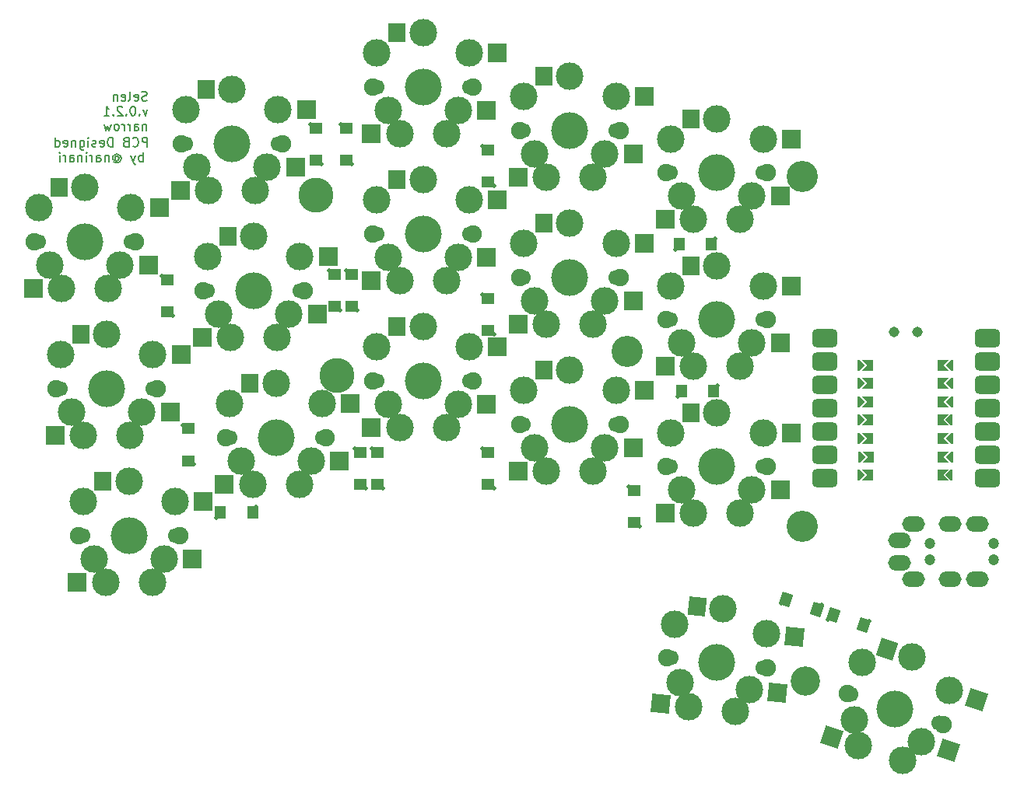
<source format=gbs>
%TF.GenerationSoftware,KiCad,Pcbnew,(6.0.7)*%
%TF.CreationDate,2022-09-23T16:11:02+09:00*%
%TF.ProjectId,selen-full_narrow,73656c65-6e2d-4667-956c-6c5f6e617272,rev?*%
%TF.SameCoordinates,Original*%
%TF.FileFunction,Soldermask,Bot*%
%TF.FilePolarity,Negative*%
%FSLAX46Y46*%
G04 Gerber Fmt 4.6, Leading zero omitted, Abs format (unit mm)*
G04 Created by KiCad (PCBNEW (6.0.7)) date 2022-09-23 16:11:02*
%MOMM*%
%LPD*%
G01*
G04 APERTURE LIST*
G04 Aperture macros list*
%AMRoundRect*
0 Rectangle with rounded corners*
0 $1 Rounding radius*
0 $2 $3 $4 $5 $6 $7 $8 $9 X,Y pos of 4 corners*
0 Add a 4 corners polygon primitive as box body*
4,1,4,$2,$3,$4,$5,$6,$7,$8,$9,$2,$3,0*
0 Add four circle primitives for the rounded corners*
1,1,$1+$1,$2,$3*
1,1,$1+$1,$4,$5*
1,1,$1+$1,$6,$7*
1,1,$1+$1,$8,$9*
0 Add four rect primitives between the rounded corners*
20,1,$1+$1,$2,$3,$4,$5,0*
20,1,$1+$1,$4,$5,$6,$7,0*
20,1,$1+$1,$6,$7,$8,$9,0*
20,1,$1+$1,$8,$9,$2,$3,0*%
%AMRotRect*
0 Rectangle, with rotation*
0 The origin of the aperture is its center*
0 $1 length*
0 $2 width*
0 $3 Rotation angle, in degrees counterclockwise*
0 Add horizontal line*
21,1,$1,$2,0,0,$3*%
%AMFreePoly0*
4,1,6,0.600000,0.200000,0.000000,-0.400000,-0.600000,0.200000,-0.600000,0.400000,0.600000,0.400000,0.600000,0.200000,0.600000,0.200000,$1*%
%AMFreePoly1*
4,1,6,0.600000,-0.250000,-0.600000,-0.250000,-0.600000,1.000000,0.000000,0.400000,0.600000,1.000000,0.600000,-0.250000,0.600000,-0.250000,$1*%
G04 Aperture macros list end*
%ADD10C,0.150000*%
%ADD11R,1.400000X1.200000*%
%ADD12C,0.500000*%
%ADD13RotRect,1.200000X1.400000X342.000000*%
%ADD14C,3.000000*%
%ADD15C,1.700000*%
%ADD16C,1.900000*%
%ADD17C,4.000000*%
%ADD18R,2.000000X2.000000*%
%ADD19R,1.900000X2.000000*%
%ADD20R,1.200000X1.400000*%
%ADD21C,3.800000*%
%ADD22RotRect,2.000000X2.000000X354.000000*%
%ADD23RotRect,1.900000X2.000000X354.000000*%
%ADD24C,3.400000*%
%ADD25RotRect,1.200000X1.400000X162.000000*%
%ADD26RotRect,2.000000X2.000000X342.000000*%
%ADD27RotRect,1.900000X2.000000X342.000000*%
%ADD28C,1.200000*%
%ADD29O,2.500000X1.700000*%
%ADD30RoundRect,0.499745X-0.874395X-0.499745X0.874395X-0.499745X0.874395X0.499745X-0.874395X0.499745X0*%
%ADD31FreePoly0,270.000000*%
%ADD32FreePoly0,90.000000*%
%ADD33FreePoly1,90.000000*%
%ADD34FreePoly1,270.000000*%
%ADD35C,1.143000*%
%ADD36C,3.200000*%
G04 APERTURE END LIST*
D10*
X118312023Y-71844761D02*
X118169166Y-71892380D01*
X117931071Y-71892380D01*
X117835833Y-71844761D01*
X117788214Y-71797142D01*
X117740595Y-71701904D01*
X117740595Y-71606666D01*
X117788214Y-71511428D01*
X117835833Y-71463809D01*
X117931071Y-71416190D01*
X118121547Y-71368571D01*
X118216785Y-71320952D01*
X118264404Y-71273333D01*
X118312023Y-71178095D01*
X118312023Y-71082857D01*
X118264404Y-70987619D01*
X118216785Y-70940000D01*
X118121547Y-70892380D01*
X117883452Y-70892380D01*
X117740595Y-70940000D01*
X116931071Y-71844761D02*
X117026309Y-71892380D01*
X117216785Y-71892380D01*
X117312023Y-71844761D01*
X117359642Y-71749523D01*
X117359642Y-71368571D01*
X117312023Y-71273333D01*
X117216785Y-71225714D01*
X117026309Y-71225714D01*
X116931071Y-71273333D01*
X116883452Y-71368571D01*
X116883452Y-71463809D01*
X117359642Y-71559047D01*
X116312023Y-71892380D02*
X116407261Y-71844761D01*
X116454880Y-71749523D01*
X116454880Y-70892380D01*
X115550119Y-71844761D02*
X115645357Y-71892380D01*
X115835833Y-71892380D01*
X115931071Y-71844761D01*
X115978690Y-71749523D01*
X115978690Y-71368571D01*
X115931071Y-71273333D01*
X115835833Y-71225714D01*
X115645357Y-71225714D01*
X115550119Y-71273333D01*
X115502500Y-71368571D01*
X115502500Y-71463809D01*
X115978690Y-71559047D01*
X115073928Y-71225714D02*
X115073928Y-71892380D01*
X115073928Y-71320952D02*
X115026309Y-71273333D01*
X114931071Y-71225714D01*
X114788214Y-71225714D01*
X114692976Y-71273333D01*
X114645357Y-71368571D01*
X114645357Y-71892380D01*
X118359642Y-72835714D02*
X118121547Y-73502380D01*
X117883452Y-72835714D01*
X117502500Y-73407142D02*
X117454880Y-73454761D01*
X117502500Y-73502380D01*
X117550119Y-73454761D01*
X117502500Y-73407142D01*
X117502500Y-73502380D01*
X116835833Y-72502380D02*
X116740595Y-72502380D01*
X116645357Y-72550000D01*
X116597738Y-72597619D01*
X116550119Y-72692857D01*
X116502500Y-72883333D01*
X116502500Y-73121428D01*
X116550119Y-73311904D01*
X116597738Y-73407142D01*
X116645357Y-73454761D01*
X116740595Y-73502380D01*
X116835833Y-73502380D01*
X116931071Y-73454761D01*
X116978690Y-73407142D01*
X117026309Y-73311904D01*
X117073928Y-73121428D01*
X117073928Y-72883333D01*
X117026309Y-72692857D01*
X116978690Y-72597619D01*
X116931071Y-72550000D01*
X116835833Y-72502380D01*
X116073928Y-73407142D02*
X116026309Y-73454761D01*
X116073928Y-73502380D01*
X116121547Y-73454761D01*
X116073928Y-73407142D01*
X116073928Y-73502380D01*
X115645357Y-72597619D02*
X115597738Y-72550000D01*
X115502500Y-72502380D01*
X115264404Y-72502380D01*
X115169166Y-72550000D01*
X115121547Y-72597619D01*
X115073928Y-72692857D01*
X115073928Y-72788095D01*
X115121547Y-72930952D01*
X115692976Y-73502380D01*
X115073928Y-73502380D01*
X114645357Y-73407142D02*
X114597738Y-73454761D01*
X114645357Y-73502380D01*
X114692976Y-73454761D01*
X114645357Y-73407142D01*
X114645357Y-73502380D01*
X113645357Y-73502380D02*
X114216785Y-73502380D01*
X113931071Y-73502380D02*
X113931071Y-72502380D01*
X114026309Y-72645238D01*
X114121547Y-72740476D01*
X114216785Y-72788095D01*
X118264404Y-74445714D02*
X118264404Y-75112380D01*
X118264404Y-74540952D02*
X118216785Y-74493333D01*
X118121547Y-74445714D01*
X117978690Y-74445714D01*
X117883452Y-74493333D01*
X117835833Y-74588571D01*
X117835833Y-75112380D01*
X116931071Y-75112380D02*
X116931071Y-74588571D01*
X116978690Y-74493333D01*
X117073928Y-74445714D01*
X117264404Y-74445714D01*
X117359642Y-74493333D01*
X116931071Y-75064761D02*
X117026309Y-75112380D01*
X117264404Y-75112380D01*
X117359642Y-75064761D01*
X117407261Y-74969523D01*
X117407261Y-74874285D01*
X117359642Y-74779047D01*
X117264404Y-74731428D01*
X117026309Y-74731428D01*
X116931071Y-74683809D01*
X116454880Y-75112380D02*
X116454880Y-74445714D01*
X116454880Y-74636190D02*
X116407261Y-74540952D01*
X116359642Y-74493333D01*
X116264404Y-74445714D01*
X116169166Y-74445714D01*
X115835833Y-75112380D02*
X115835833Y-74445714D01*
X115835833Y-74636190D02*
X115788214Y-74540952D01*
X115740595Y-74493333D01*
X115645357Y-74445714D01*
X115550119Y-74445714D01*
X115073928Y-75112380D02*
X115169166Y-75064761D01*
X115216785Y-75017142D01*
X115264404Y-74921904D01*
X115264404Y-74636190D01*
X115216785Y-74540952D01*
X115169166Y-74493333D01*
X115073928Y-74445714D01*
X114931071Y-74445714D01*
X114835833Y-74493333D01*
X114788214Y-74540952D01*
X114740595Y-74636190D01*
X114740595Y-74921904D01*
X114788214Y-75017142D01*
X114835833Y-75064761D01*
X114931071Y-75112380D01*
X115073928Y-75112380D01*
X114407261Y-74445714D02*
X114216785Y-75112380D01*
X114026309Y-74636190D01*
X113835833Y-75112380D01*
X113645357Y-74445714D01*
X118350000Y-76897380D02*
X118350000Y-75897380D01*
X117969047Y-75897380D01*
X117873809Y-75945000D01*
X117826190Y-75992619D01*
X117778571Y-76087857D01*
X117778571Y-76230714D01*
X117826190Y-76325952D01*
X117873809Y-76373571D01*
X117969047Y-76421190D01*
X118350000Y-76421190D01*
X116778571Y-76802142D02*
X116826190Y-76849761D01*
X116969047Y-76897380D01*
X117064285Y-76897380D01*
X117207142Y-76849761D01*
X117302380Y-76754523D01*
X117350000Y-76659285D01*
X117397619Y-76468809D01*
X117397619Y-76325952D01*
X117350000Y-76135476D01*
X117302380Y-76040238D01*
X117207142Y-75945000D01*
X117064285Y-75897380D01*
X116969047Y-75897380D01*
X116826190Y-75945000D01*
X116778571Y-75992619D01*
X116016666Y-76373571D02*
X115873809Y-76421190D01*
X115826190Y-76468809D01*
X115778571Y-76564047D01*
X115778571Y-76706904D01*
X115826190Y-76802142D01*
X115873809Y-76849761D01*
X115969047Y-76897380D01*
X116350000Y-76897380D01*
X116350000Y-75897380D01*
X116016666Y-75897380D01*
X115921428Y-75945000D01*
X115873809Y-75992619D01*
X115826190Y-76087857D01*
X115826190Y-76183095D01*
X115873809Y-76278333D01*
X115921428Y-76325952D01*
X116016666Y-76373571D01*
X116350000Y-76373571D01*
X114588095Y-76897380D02*
X114588095Y-75897380D01*
X114350000Y-75897380D01*
X114207142Y-75945000D01*
X114111904Y-76040238D01*
X114064285Y-76135476D01*
X114016666Y-76325952D01*
X114016666Y-76468809D01*
X114064285Y-76659285D01*
X114111904Y-76754523D01*
X114207142Y-76849761D01*
X114350000Y-76897380D01*
X114588095Y-76897380D01*
X113207142Y-76849761D02*
X113302380Y-76897380D01*
X113492857Y-76897380D01*
X113588095Y-76849761D01*
X113635714Y-76754523D01*
X113635714Y-76373571D01*
X113588095Y-76278333D01*
X113492857Y-76230714D01*
X113302380Y-76230714D01*
X113207142Y-76278333D01*
X113159523Y-76373571D01*
X113159523Y-76468809D01*
X113635714Y-76564047D01*
X112778571Y-76849761D02*
X112683333Y-76897380D01*
X112492857Y-76897380D01*
X112397619Y-76849761D01*
X112350000Y-76754523D01*
X112350000Y-76706904D01*
X112397619Y-76611666D01*
X112492857Y-76564047D01*
X112635714Y-76564047D01*
X112730952Y-76516428D01*
X112778571Y-76421190D01*
X112778571Y-76373571D01*
X112730952Y-76278333D01*
X112635714Y-76230714D01*
X112492857Y-76230714D01*
X112397619Y-76278333D01*
X111921428Y-76897380D02*
X111921428Y-76230714D01*
X111921428Y-75897380D02*
X111969047Y-75945000D01*
X111921428Y-75992619D01*
X111873809Y-75945000D01*
X111921428Y-75897380D01*
X111921428Y-75992619D01*
X111016666Y-76230714D02*
X111016666Y-77040238D01*
X111064285Y-77135476D01*
X111111904Y-77183095D01*
X111207142Y-77230714D01*
X111350000Y-77230714D01*
X111445238Y-77183095D01*
X111016666Y-76849761D02*
X111111904Y-76897380D01*
X111302380Y-76897380D01*
X111397619Y-76849761D01*
X111445238Y-76802142D01*
X111492857Y-76706904D01*
X111492857Y-76421190D01*
X111445238Y-76325952D01*
X111397619Y-76278333D01*
X111302380Y-76230714D01*
X111111904Y-76230714D01*
X111016666Y-76278333D01*
X110540476Y-76230714D02*
X110540476Y-76897380D01*
X110540476Y-76325952D02*
X110492857Y-76278333D01*
X110397619Y-76230714D01*
X110254761Y-76230714D01*
X110159523Y-76278333D01*
X110111904Y-76373571D01*
X110111904Y-76897380D01*
X109254761Y-76849761D02*
X109350000Y-76897380D01*
X109540476Y-76897380D01*
X109635714Y-76849761D01*
X109683333Y-76754523D01*
X109683333Y-76373571D01*
X109635714Y-76278333D01*
X109540476Y-76230714D01*
X109350000Y-76230714D01*
X109254761Y-76278333D01*
X109207142Y-76373571D01*
X109207142Y-76468809D01*
X109683333Y-76564047D01*
X108350000Y-76897380D02*
X108350000Y-75897380D01*
X108350000Y-76849761D02*
X108445238Y-76897380D01*
X108635714Y-76897380D01*
X108730952Y-76849761D01*
X108778571Y-76802142D01*
X108826190Y-76706904D01*
X108826190Y-76421190D01*
X108778571Y-76325952D01*
X108730952Y-76278333D01*
X108635714Y-76230714D01*
X108445238Y-76230714D01*
X108350000Y-76278333D01*
X117873809Y-78507380D02*
X117873809Y-77507380D01*
X117873809Y-77888333D02*
X117778571Y-77840714D01*
X117588095Y-77840714D01*
X117492857Y-77888333D01*
X117445238Y-77935952D01*
X117397619Y-78031190D01*
X117397619Y-78316904D01*
X117445238Y-78412142D01*
X117492857Y-78459761D01*
X117588095Y-78507380D01*
X117778571Y-78507380D01*
X117873809Y-78459761D01*
X117064285Y-77840714D02*
X116826190Y-78507380D01*
X116588095Y-77840714D02*
X116826190Y-78507380D01*
X116921428Y-78745476D01*
X116969047Y-78793095D01*
X117064285Y-78840714D01*
X114826190Y-78031190D02*
X114873809Y-77983571D01*
X114969047Y-77935952D01*
X115064285Y-77935952D01*
X115159523Y-77983571D01*
X115207142Y-78031190D01*
X115254761Y-78126428D01*
X115254761Y-78221666D01*
X115207142Y-78316904D01*
X115159523Y-78364523D01*
X115064285Y-78412142D01*
X114969047Y-78412142D01*
X114873809Y-78364523D01*
X114826190Y-78316904D01*
X114826190Y-77935952D02*
X114826190Y-78316904D01*
X114778571Y-78364523D01*
X114730952Y-78364523D01*
X114635714Y-78316904D01*
X114588095Y-78221666D01*
X114588095Y-77983571D01*
X114683333Y-77840714D01*
X114826190Y-77745476D01*
X115016666Y-77697857D01*
X115207142Y-77745476D01*
X115350000Y-77840714D01*
X115445238Y-77983571D01*
X115492857Y-78174047D01*
X115445238Y-78364523D01*
X115350000Y-78507380D01*
X115207142Y-78602619D01*
X115016666Y-78650238D01*
X114826190Y-78602619D01*
X114683333Y-78507380D01*
X114159523Y-77840714D02*
X114159523Y-78507380D01*
X114159523Y-77935952D02*
X114111904Y-77888333D01*
X114016666Y-77840714D01*
X113873809Y-77840714D01*
X113778571Y-77888333D01*
X113730952Y-77983571D01*
X113730952Y-78507380D01*
X112826190Y-78507380D02*
X112826190Y-77983571D01*
X112873809Y-77888333D01*
X112969047Y-77840714D01*
X113159523Y-77840714D01*
X113254761Y-77888333D01*
X112826190Y-78459761D02*
X112921428Y-78507380D01*
X113159523Y-78507380D01*
X113254761Y-78459761D01*
X113302380Y-78364523D01*
X113302380Y-78269285D01*
X113254761Y-78174047D01*
X113159523Y-78126428D01*
X112921428Y-78126428D01*
X112826190Y-78078809D01*
X112350000Y-78507380D02*
X112350000Y-77840714D01*
X112350000Y-78031190D02*
X112302380Y-77935952D01*
X112254761Y-77888333D01*
X112159523Y-77840714D01*
X112064285Y-77840714D01*
X111730952Y-78507380D02*
X111730952Y-77840714D01*
X111730952Y-77507380D02*
X111778571Y-77555000D01*
X111730952Y-77602619D01*
X111683333Y-77555000D01*
X111730952Y-77507380D01*
X111730952Y-77602619D01*
X111254761Y-77840714D02*
X111254761Y-78507380D01*
X111254761Y-77935952D02*
X111207142Y-77888333D01*
X111111904Y-77840714D01*
X110969047Y-77840714D01*
X110873809Y-77888333D01*
X110826190Y-77983571D01*
X110826190Y-78507380D01*
X109921428Y-78507380D02*
X109921428Y-77983571D01*
X109969047Y-77888333D01*
X110064285Y-77840714D01*
X110254761Y-77840714D01*
X110350000Y-77888333D01*
X109921428Y-78459761D02*
X110016666Y-78507380D01*
X110254761Y-78507380D01*
X110350000Y-78459761D01*
X110397619Y-78364523D01*
X110397619Y-78269285D01*
X110350000Y-78174047D01*
X110254761Y-78126428D01*
X110016666Y-78126428D01*
X109921428Y-78078809D01*
X109445238Y-78507380D02*
X109445238Y-77840714D01*
X109445238Y-78031190D02*
X109397619Y-77935952D01*
X109350000Y-77888333D01*
X109254761Y-77840714D01*
X109159523Y-77840714D01*
X108826190Y-78507380D02*
X108826190Y-77840714D01*
X108826190Y-77507380D02*
X108873809Y-77555000D01*
X108826190Y-77602619D01*
X108778571Y-77555000D01*
X108826190Y-77507380D01*
X108826190Y-77602619D01*
D11*
%TO.C,D9*%
X155448000Y-96950000D03*
D12*
X156048000Y-97350000D03*
X154848000Y-93050000D03*
D11*
X155448000Y-93450000D03*
%TD*%
D12*
%TO.C,D4*%
X156048000Y-81172000D03*
D11*
X155448000Y-80772000D03*
X155448000Y-77272000D03*
D12*
X154848000Y-76872000D03*
%TD*%
%TO.C,D12*%
X142100000Y-114100000D03*
D11*
X141500000Y-113700000D03*
X141500000Y-110200000D03*
D12*
X140900000Y-109800000D03*
%TD*%
%TO.C,D17*%
X192423469Y-128365467D03*
D13*
X192989302Y-127918440D03*
X196318000Y-129000000D03*
D12*
X196883833Y-128552972D03*
%TD*%
D14*
%TO.C,SW1*%
X109038000Y-92301500D03*
D15*
X116658000Y-87221500D03*
X106498000Y-87221500D03*
D14*
X107768000Y-89761500D03*
X106578000Y-83521500D03*
D16*
X117078000Y-87221500D03*
X106078000Y-87221500D03*
D14*
X115388000Y-89761500D03*
X111578000Y-81321500D03*
X114118000Y-92301500D03*
X116578000Y-83521500D03*
D17*
X111578000Y-87221500D03*
D18*
X118478000Y-89761500D03*
X119678000Y-83521500D03*
D19*
X108778000Y-81321500D03*
D18*
X105978000Y-92301500D03*
%TD*%
D14*
%TO.C,SW13*%
X145801000Y-107473750D03*
X148341000Y-96493750D03*
D17*
X148341000Y-102393750D03*
D14*
X153341000Y-98693750D03*
X143341000Y-98693750D03*
X152151000Y-104933750D03*
D16*
X142841000Y-102393750D03*
D15*
X143261000Y-102393750D03*
D14*
X144531000Y-104933750D03*
X150881000Y-107473750D03*
D15*
X153421000Y-102393750D03*
D16*
X153841000Y-102393750D03*
D18*
X156441000Y-98693750D03*
X155241000Y-104933750D03*
X142741000Y-107473750D03*
D19*
X145541000Y-96493750D03*
%TD*%
D12*
%TO.C,D15*%
X171950000Y-118250000D03*
D11*
X171350000Y-117850000D03*
X171350000Y-114350000D03*
D12*
X170750000Y-113950000D03*
%TD*%
%TO.C,D8*%
X141200000Y-94700000D03*
D11*
X140600000Y-94300000D03*
X140600000Y-90800000D03*
D12*
X140000000Y-90400000D03*
%TD*%
D14*
%TO.C,SW7*%
X134959750Y-88885000D03*
X127419750Y-97665000D03*
D16*
X135459750Y-92585000D03*
D15*
X124879750Y-92585000D03*
D14*
X129959750Y-86685000D03*
X124959750Y-88885000D03*
X126149750Y-95125000D03*
X132499750Y-97665000D03*
D17*
X129959750Y-92585000D03*
D16*
X124459750Y-92585000D03*
D14*
X133769750Y-95125000D03*
D15*
X135039750Y-92585000D03*
D18*
X138059750Y-88885000D03*
X136859750Y-95125000D03*
D19*
X127159750Y-86685000D03*
D18*
X124359750Y-97665000D03*
%TD*%
D12*
%TO.C,D11*%
X130200000Y-116100000D03*
D20*
X129800000Y-116700000D03*
D12*
X125900000Y-117300000D03*
D20*
X126300000Y-116700000D03*
%TD*%
D21*
%TO.C,REF\u002A\u002A*%
X136700000Y-82200000D03*
%TD*%
D14*
%TO.C,SW6*%
X118959750Y-99521500D03*
D16*
X108459750Y-103221500D03*
D15*
X119039750Y-103221500D03*
D14*
X108959750Y-99521500D03*
X110149750Y-105761500D03*
D17*
X113959750Y-103221500D03*
D14*
X111419750Y-108301500D03*
X117769750Y-105761500D03*
D16*
X119459750Y-103221500D03*
D14*
X116499750Y-108301500D03*
X113959750Y-97321500D03*
D15*
X108879750Y-103221500D03*
D18*
X120859750Y-105761500D03*
X122059750Y-99521500D03*
X108359750Y-108301500D03*
D19*
X111159750Y-97321500D03*
%TD*%
D17*
%TO.C,SW11*%
X116341000Y-119221250D03*
D15*
X121421000Y-119221250D03*
D14*
X118881000Y-124301250D03*
D16*
X110841000Y-119221250D03*
D14*
X120151000Y-121761250D03*
X111341000Y-115521250D03*
D15*
X111261000Y-119221250D03*
D16*
X121841000Y-119221250D03*
D14*
X112531000Y-121761250D03*
X116341000Y-113321250D03*
X121341000Y-115521250D03*
X113801000Y-124301250D03*
D18*
X124441000Y-115521250D03*
X123241000Y-121761250D03*
X110741000Y-124301250D03*
D19*
X113541000Y-113321250D03*
%TD*%
D16*
%TO.C,SW8*%
X142841000Y-86393750D03*
D14*
X153341000Y-82693750D03*
X150881000Y-91473750D03*
D17*
X148341000Y-86393750D03*
D14*
X148341000Y-80493750D03*
X152151000Y-88933750D03*
X143341000Y-82693750D03*
X144531000Y-88933750D03*
D15*
X143261000Y-86393750D03*
X153421000Y-86393750D03*
D14*
X145801000Y-91473750D03*
D16*
X153841000Y-86393750D03*
D18*
X156441000Y-82693750D03*
X155241000Y-88933750D03*
D19*
X145541000Y-80493750D03*
D18*
X142741000Y-91473750D03*
%TD*%
D16*
%TO.C,SW10*%
X174840000Y-95759750D03*
D14*
X184150000Y-98299750D03*
D15*
X185420000Y-95759750D03*
D17*
X180340000Y-95759750D03*
D16*
X185840000Y-95759750D03*
D14*
X175340000Y-92059750D03*
X180340000Y-89859750D03*
X176530000Y-98299750D03*
D15*
X175260000Y-95759750D03*
D14*
X185340000Y-92059750D03*
X177800000Y-100839750D03*
X182880000Y-100839750D03*
D18*
X187240000Y-98299750D03*
X188440000Y-92059750D03*
D19*
X177540000Y-89859750D03*
D18*
X174740000Y-100839750D03*
%TD*%
D15*
%TO.C,SW15*%
X185420000Y-111760000D03*
X175260000Y-111760000D03*
D14*
X185340000Y-108060000D03*
D16*
X185840000Y-111760000D03*
X174840000Y-111760000D03*
D14*
X180340000Y-105860000D03*
X176530000Y-114300000D03*
X177800000Y-116840000D03*
X175340000Y-108060000D03*
D17*
X180340000Y-111760000D03*
D14*
X184150000Y-114300000D03*
X182880000Y-116840000D03*
D18*
X188440000Y-108060000D03*
X187240000Y-114300000D03*
D19*
X177540000Y-105860000D03*
D18*
X174740000Y-116840000D03*
%TD*%
D15*
%TO.C,SW3*%
X143261000Y-70393750D03*
D14*
X153341000Y-66693750D03*
D16*
X142841000Y-70393750D03*
X153841000Y-70393750D03*
D15*
X153421000Y-70393750D03*
D14*
X148341000Y-64493750D03*
X145801000Y-75473750D03*
X144531000Y-72933750D03*
X150881000Y-75473750D03*
D17*
X148341000Y-70393750D03*
D14*
X152151000Y-72933750D03*
X143341000Y-66693750D03*
D18*
X156441000Y-66693750D03*
X155241000Y-72933750D03*
X142741000Y-75473750D03*
D19*
X145541000Y-64493750D03*
%TD*%
D15*
%TO.C,SW16*%
X175287829Y-132565577D03*
D14*
X176285369Y-135224414D03*
D16*
X174870130Y-132521675D03*
D17*
X180340000Y-133096582D03*
D14*
X180956718Y-127228903D03*
X183863626Y-136020921D03*
X185699365Y-129939493D03*
X177282910Y-137883251D03*
D15*
X185392171Y-133627587D03*
D16*
X185809870Y-133671489D03*
D14*
X182335081Y-138414256D03*
X175754146Y-128894209D03*
D22*
X186936699Y-136343914D03*
X188782383Y-130263532D03*
D23*
X178172057Y-126936223D03*
D22*
X174239673Y-137563394D03*
%TD*%
D11*
%TO.C,D3*%
X140000000Y-78400000D03*
D12*
X140600000Y-78800000D03*
D11*
X140000000Y-74900000D03*
D12*
X139400000Y-74500000D03*
%TD*%
%TO.C,D5*%
X180100000Y-86900000D03*
D20*
X179700000Y-87500000D03*
D12*
X175800000Y-88100000D03*
D20*
X176200000Y-87500000D03*
%TD*%
D11*
%TO.C,D1*%
X120500000Y-94900000D03*
D12*
X121100000Y-95300000D03*
X119900000Y-91000000D03*
D11*
X120500000Y-91400000D03*
%TD*%
D14*
%TO.C,SW2*%
X131388500Y-79125000D03*
X123768500Y-79125000D03*
X122578500Y-72885000D03*
D15*
X122498500Y-76585000D03*
D14*
X127578500Y-70685000D03*
D17*
X127578500Y-76585000D03*
D14*
X130118500Y-81665000D03*
X132578500Y-72885000D03*
D16*
X122078500Y-76585000D03*
D15*
X132658500Y-76585000D03*
D16*
X133078500Y-76585000D03*
D14*
X125038500Y-81665000D03*
D18*
X135678500Y-72885000D03*
X134478500Y-79125000D03*
X121978500Y-81665000D03*
D19*
X124778500Y-70685000D03*
%TD*%
D24*
%TO.C,REF\u002A\u002A*%
X170600000Y-99200000D03*
X189650000Y-118250000D03*
X189650000Y-80150000D03*
%TD*%
D15*
%TO.C,SW9*%
X169420500Y-91156250D03*
D17*
X164340500Y-91156250D03*
D14*
X168150500Y-93696250D03*
X166880500Y-96236250D03*
X161800500Y-96236250D03*
X164340500Y-85256250D03*
D16*
X158840500Y-91156250D03*
D14*
X160530500Y-93696250D03*
D15*
X159260500Y-91156250D03*
D14*
X159340500Y-87456250D03*
D16*
X169840500Y-91156250D03*
D14*
X169340500Y-87456250D03*
D18*
X171240500Y-93696250D03*
X172440500Y-87456250D03*
X158740500Y-96236250D03*
D19*
X161540500Y-85256250D03*
%TD*%
D14*
%TO.C,SW5*%
X182880000Y-84839750D03*
X184150000Y-82299750D03*
X175340000Y-76059750D03*
X177800000Y-84839750D03*
D15*
X175260000Y-79759750D03*
D16*
X185840000Y-79759750D03*
D17*
X180340000Y-79759750D03*
D16*
X174840000Y-79759750D03*
D14*
X176530000Y-82299750D03*
X185340000Y-76059750D03*
D15*
X185420000Y-79759750D03*
D14*
X180340000Y-73859750D03*
D18*
X188440000Y-76059750D03*
X187240000Y-82299750D03*
X174740000Y-84839750D03*
D19*
X177540000Y-73859750D03*
%TD*%
D25*
%TO.C,D16*%
X191184796Y-127275329D03*
D12*
X191750629Y-126828302D03*
D25*
X187856098Y-126193769D03*
D12*
X187290265Y-126640797D03*
%TD*%
%TO.C,D13*%
X144000000Y-114100000D03*
D11*
X143400000Y-113700000D03*
D12*
X142800000Y-109800000D03*
D11*
X143400000Y-110200000D03*
%TD*%
D20*
%TO.C,D10*%
X179950000Y-103500000D03*
D12*
X180350000Y-102900000D03*
D20*
X176450000Y-103500000D03*
D12*
X176050000Y-104100000D03*
%TD*%
D14*
%TO.C,SW17*%
X201548103Y-132501267D03*
X195316475Y-139350829D03*
D15*
X204556270Y-139682306D03*
D14*
X195739413Y-142158964D03*
X196112983Y-133048506D03*
X200570780Y-143728770D03*
D16*
X204955714Y-139812093D03*
D17*
X199724903Y-138112500D03*
D16*
X194494092Y-136412907D03*
D14*
X202563525Y-141705538D03*
D15*
X194893536Y-136542694D03*
D14*
X205623548Y-136138676D03*
D26*
X208571824Y-137096629D03*
X205502290Y-142660401D03*
X192829180Y-141213372D03*
D27*
X198885145Y-131636019D03*
%TD*%
D14*
%TO.C,SW12*%
X129801000Y-113665000D03*
D15*
X137421000Y-108585000D03*
D17*
X132341000Y-108585000D03*
D15*
X127261000Y-108585000D03*
D14*
X134881000Y-113665000D03*
X128531000Y-111125000D03*
D16*
X126841000Y-108585000D03*
D14*
X127341000Y-104885000D03*
X137341000Y-104885000D03*
X132341000Y-102685000D03*
D16*
X137841000Y-108585000D03*
D14*
X136151000Y-111125000D03*
D18*
X139241000Y-111125000D03*
X140441000Y-104885000D03*
X126741000Y-113665000D03*
D19*
X129541000Y-102685000D03*
%TD*%
D12*
%TO.C,D14*%
X156048000Y-114100000D03*
D11*
X155448000Y-113700000D03*
D12*
X154848000Y-109800000D03*
D11*
X155448000Y-110200000D03*
%TD*%
D28*
%TO.C,J1*%
X203484000Y-120125000D03*
X210484000Y-120125000D03*
X210484000Y-121875000D03*
X203484000Y-121875000D03*
D29*
X200184000Y-122225000D03*
X200184000Y-119775000D03*
X208684000Y-118025000D03*
X208684000Y-123975000D03*
X205684000Y-123975000D03*
X205684000Y-118025000D03*
X201684000Y-118025000D03*
X201684000Y-123975000D03*
%TD*%
D12*
%TO.C,D2*%
X137300000Y-78800000D03*
D11*
X136700000Y-78400000D03*
X136700000Y-74900000D03*
D12*
X136100000Y-74500000D03*
%TD*%
D21*
%TO.C,REF\u002A\u002A*%
X139000000Y-101854000D03*
%TD*%
D14*
%TO.C,SW14*%
X160530500Y-109696250D03*
D16*
X158840500Y-107156250D03*
D17*
X164340500Y-107156250D03*
D15*
X159260500Y-107156250D03*
D14*
X164340500Y-101256250D03*
X159340500Y-103456250D03*
X169340500Y-103456250D03*
D16*
X169840500Y-107156250D03*
D15*
X169420500Y-107156250D03*
D14*
X168150500Y-109696250D03*
X161800500Y-112236250D03*
X166880500Y-112236250D03*
D18*
X171240500Y-109696250D03*
X172440500Y-103456250D03*
X158740500Y-112236250D03*
D19*
X161540500Y-101256250D03*
%TD*%
D11*
%TO.C,D7*%
X138700000Y-94300000D03*
D12*
X139300000Y-94700000D03*
X138100000Y-90400000D03*
D11*
X138700000Y-90800000D03*
%TD*%
D16*
%TO.C,SW4*%
X169840500Y-75156250D03*
D14*
X168150500Y-77696250D03*
X164340500Y-69256250D03*
X159340500Y-71456250D03*
D15*
X169420500Y-75156250D03*
D17*
X164340500Y-75156250D03*
D15*
X159260500Y-75156250D03*
D14*
X169340500Y-71456250D03*
X160530500Y-77696250D03*
D16*
X158840500Y-75156250D03*
D14*
X161800500Y-80236250D03*
X166880500Y-80236250D03*
D18*
X171240500Y-77696250D03*
X172440500Y-71456250D03*
X158740500Y-80236250D03*
D19*
X161540500Y-69256250D03*
%TD*%
D30*
%TO.C,U1*%
X192088184Y-107891296D03*
D31*
X205588184Y-100687504D03*
D30*
X209755064Y-102811296D03*
X209755064Y-110431296D03*
D32*
X196063796Y-106687504D03*
D30*
X209755064Y-100271296D03*
X209755064Y-105351296D03*
D31*
X205563796Y-106687504D03*
X205588184Y-110687504D03*
X205588184Y-102687504D03*
D32*
X196088184Y-104687504D03*
X196112572Y-110687504D03*
D30*
X192088184Y-110431296D03*
D31*
X205563796Y-112687504D03*
D30*
X192088184Y-105351296D03*
X192088184Y-102811296D03*
X192088184Y-112971296D03*
D32*
X196088184Y-108687504D03*
X196088184Y-100687504D03*
D30*
X209755064Y-107891296D03*
D32*
X196063796Y-112687504D03*
D30*
X192088184Y-100271296D03*
D32*
X196088184Y-102687504D03*
D30*
X192088184Y-97731296D03*
X209755064Y-97731296D03*
D31*
X205588184Y-104687504D03*
D30*
X209755064Y-112971296D03*
D31*
X205588184Y-108687504D03*
D33*
X197088184Y-100687504D03*
X197088184Y-102687504D03*
X197088184Y-104687504D03*
X197063796Y-106687504D03*
X197088184Y-108687504D03*
X197112572Y-110687504D03*
X197063796Y-112687504D03*
D34*
X204563796Y-112687504D03*
X204588184Y-110687504D03*
X204588184Y-108687504D03*
X204563796Y-106687504D03*
X204588184Y-104687504D03*
X204588184Y-102687504D03*
X204588184Y-100687504D03*
D35*
X202139381Y-97044929D03*
X199599381Y-97044929D03*
%TD*%
D36*
%TO.C,REF\u002A\u002A*%
X189992000Y-135128000D03*
X189992000Y-135128000D03*
%TD*%
D11*
%TO.C,D6*%
X122800000Y-111100000D03*
D12*
X123400000Y-111500000D03*
D11*
X122800000Y-107600000D03*
D12*
X122200000Y-107200000D03*
%TD*%
M02*

</source>
